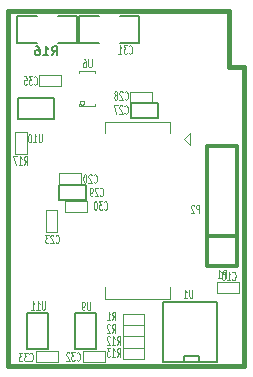
<source format=gbo>
G04 (created by PCBNEW-RS274X (2010-05-05 BZR 2356)-stable) date 2010年10月27日 星期三 23时04分44秒*
G01*
G70*
G90*
%MOIN*%
G04 Gerber Fmt 3.4, Leading zero omitted, Abs format*
%FSLAX34Y34*%
G04 APERTURE LIST*
%ADD10C,0.006000*%
%ADD11C,0.015000*%
%ADD12C,0.003000*%
%ADD13C,0.005000*%
%ADD14C,0.012000*%
%ADD15C,0.004500*%
G04 APERTURE END LIST*
G54D10*
G54D11*
X47244Y-41220D02*
X47244Y-41220D01*
X46732Y-41221D02*
X47244Y-41221D01*
X46732Y-39370D02*
X46732Y-41220D01*
X39370Y-51181D02*
X39370Y-39370D01*
X47244Y-51181D02*
X39370Y-51181D01*
X47244Y-41220D02*
X47244Y-51181D01*
X39370Y-39370D02*
X46732Y-39370D01*
G54D12*
X43180Y-50200D02*
X43910Y-50200D01*
X43910Y-50200D02*
X43910Y-49820D01*
X43910Y-49820D02*
X43180Y-49820D01*
X43180Y-49820D02*
X43180Y-50200D01*
X46330Y-48770D02*
X47060Y-48770D01*
X47060Y-48770D02*
X47060Y-48390D01*
X47060Y-48390D02*
X46330Y-48390D01*
X46330Y-48390D02*
X46330Y-48770D01*
X43910Y-49440D02*
X43180Y-49440D01*
X43180Y-49440D02*
X43180Y-49820D01*
X43180Y-49820D02*
X43910Y-49820D01*
X43910Y-49820D02*
X43910Y-49440D01*
X40620Y-45990D02*
X40620Y-46720D01*
X40620Y-46720D02*
X41000Y-46720D01*
X41000Y-46720D02*
X41000Y-45990D01*
X41000Y-45990D02*
X40620Y-45990D01*
X41060Y-45130D02*
X41790Y-45130D01*
X41790Y-45130D02*
X41790Y-44750D01*
X41790Y-44750D02*
X41060Y-44750D01*
X41060Y-44750D02*
X41060Y-45130D01*
X43910Y-50200D02*
X43180Y-50200D01*
X43180Y-50200D02*
X43180Y-50580D01*
X43180Y-50580D02*
X43910Y-50580D01*
X43910Y-50580D02*
X43910Y-50200D01*
X43910Y-50590D02*
X43180Y-50590D01*
X43180Y-50590D02*
X43180Y-50970D01*
X43180Y-50970D02*
X43910Y-50970D01*
X43910Y-50970D02*
X43910Y-50590D01*
X42580Y-50690D02*
X41850Y-50690D01*
X41850Y-50690D02*
X41850Y-51070D01*
X41850Y-51070D02*
X42580Y-51070D01*
X42580Y-51070D02*
X42580Y-50690D01*
X41030Y-50690D02*
X40300Y-50690D01*
X40300Y-50690D02*
X40300Y-51070D01*
X40300Y-51070D02*
X41030Y-51070D01*
X41030Y-51070D02*
X41030Y-50690D01*
X40390Y-41870D02*
X41120Y-41870D01*
X41120Y-41870D02*
X41120Y-41490D01*
X41120Y-41490D02*
X40390Y-41490D01*
X40390Y-41490D02*
X40390Y-41870D01*
X39990Y-44110D02*
X39990Y-43380D01*
X39990Y-43380D02*
X39610Y-43380D01*
X39610Y-43380D02*
X39610Y-44110D01*
X39610Y-44110D02*
X39990Y-44110D01*
G54D13*
X43448Y-42927D02*
X44348Y-42927D01*
X44348Y-42927D02*
X44348Y-42427D01*
X44348Y-42427D02*
X43448Y-42427D01*
X43448Y-42427D02*
X43448Y-42927D01*
X41970Y-45150D02*
X41070Y-45150D01*
X41070Y-45150D02*
X41070Y-45650D01*
X41070Y-45650D02*
X41970Y-45650D01*
X41970Y-45650D02*
X41970Y-45150D01*
X41736Y-40411D02*
X41736Y-39511D01*
X41736Y-39511D02*
X42386Y-39511D01*
X43086Y-40411D02*
X43736Y-40411D01*
X43736Y-40411D02*
X43736Y-39511D01*
X43736Y-39511D02*
X43086Y-39511D01*
X42386Y-40411D02*
X41736Y-40411D01*
X46320Y-51040D02*
X46320Y-49040D01*
X46320Y-49040D02*
X44520Y-49040D01*
X44520Y-49040D02*
X44520Y-51040D01*
X44520Y-51040D02*
X46320Y-51040D01*
X45720Y-51040D02*
X45720Y-50840D01*
X45720Y-50840D02*
X45220Y-50840D01*
X45220Y-50840D02*
X45220Y-51040D01*
X42280Y-49420D02*
X41580Y-49420D01*
X41580Y-49420D02*
X41580Y-50620D01*
X41580Y-50620D02*
X42280Y-50620D01*
X42280Y-50620D02*
X42280Y-49420D01*
X39680Y-42270D02*
X39680Y-42970D01*
X39680Y-42970D02*
X40880Y-42970D01*
X40880Y-42970D02*
X40880Y-42270D01*
X40880Y-42270D02*
X39680Y-42270D01*
X40710Y-49410D02*
X40010Y-49410D01*
X40010Y-49410D02*
X40010Y-50610D01*
X40010Y-50610D02*
X40710Y-50610D01*
X40710Y-50610D02*
X40710Y-49410D01*
G54D12*
X41897Y-42408D02*
X41895Y-42421D01*
X41891Y-42434D01*
X41885Y-42446D01*
X41876Y-42457D01*
X41866Y-42466D01*
X41854Y-42472D01*
X41841Y-42476D01*
X41827Y-42477D01*
X41814Y-42476D01*
X41801Y-42472D01*
X41789Y-42466D01*
X41779Y-42458D01*
X41770Y-42447D01*
X41763Y-42435D01*
X41759Y-42422D01*
X41758Y-42408D01*
X41759Y-42396D01*
X41762Y-42383D01*
X41769Y-42371D01*
X41777Y-42360D01*
X41788Y-42351D01*
X41799Y-42344D01*
X41812Y-42340D01*
X41826Y-42339D01*
X41839Y-42340D01*
X41852Y-42343D01*
X41864Y-42349D01*
X41875Y-42358D01*
X41884Y-42368D01*
X41890Y-42380D01*
X41895Y-42393D01*
X41896Y-42407D01*
X41897Y-42408D01*
X42257Y-41432D02*
X42257Y-41353D01*
X42257Y-41353D02*
X41711Y-41351D01*
X41711Y-41351D02*
X41711Y-41432D01*
X42256Y-42459D02*
X42256Y-42537D01*
X42256Y-42537D02*
X41715Y-42536D01*
X41715Y-42536D02*
X41714Y-42463D01*
X43432Y-42434D02*
X44162Y-42434D01*
X44162Y-42434D02*
X44162Y-42054D01*
X44162Y-42054D02*
X43432Y-42054D01*
X43432Y-42054D02*
X43432Y-42434D01*
X42000Y-45680D02*
X41270Y-45680D01*
X41270Y-45680D02*
X41270Y-46060D01*
X41270Y-46060D02*
X42000Y-46060D01*
X42000Y-46060D02*
X42000Y-45680D01*
X45438Y-43433D02*
X45241Y-43630D01*
X45241Y-43630D02*
X45438Y-43827D01*
X45438Y-43827D02*
X45438Y-43433D01*
X42603Y-43433D02*
X42603Y-43039D01*
X42603Y-43039D02*
X44768Y-43039D01*
X44768Y-43039D02*
X44768Y-43433D01*
X42603Y-48551D02*
X42603Y-48945D01*
X42603Y-48945D02*
X44768Y-48945D01*
X44768Y-48945D02*
X44768Y-48551D01*
G54D14*
X46996Y-47866D02*
X46996Y-47866D01*
X45996Y-47866D02*
X46996Y-47866D01*
X46996Y-47866D02*
X46996Y-47866D01*
X46996Y-47866D02*
X46996Y-43866D01*
X46996Y-43866D02*
X45996Y-43866D01*
X45996Y-43866D02*
X45996Y-47866D01*
X45996Y-46866D02*
X46996Y-46866D01*
G54D13*
X39669Y-40411D02*
X39669Y-39511D01*
X39669Y-39511D02*
X40319Y-39511D01*
X41019Y-40411D02*
X41669Y-40411D01*
X41669Y-40411D02*
X41669Y-39511D01*
X41669Y-39511D02*
X41019Y-39511D01*
X40319Y-40411D02*
X39669Y-40411D01*
G54D15*
X42829Y-50073D02*
X42889Y-49940D01*
X42932Y-50073D02*
X42932Y-49793D01*
X42864Y-49793D01*
X42846Y-49807D01*
X42838Y-49820D01*
X42829Y-49847D01*
X42829Y-49887D01*
X42838Y-49913D01*
X42846Y-49927D01*
X42864Y-49940D01*
X42932Y-49940D01*
X42761Y-49820D02*
X42752Y-49807D01*
X42735Y-49793D01*
X42692Y-49793D01*
X42675Y-49807D01*
X42666Y-49820D01*
X42658Y-49847D01*
X42658Y-49873D01*
X42666Y-49913D01*
X42769Y-50073D01*
X42658Y-50073D01*
X46835Y-48297D02*
X46844Y-48310D01*
X46870Y-48323D01*
X46887Y-48323D01*
X46912Y-48310D01*
X46930Y-48283D01*
X46938Y-48257D01*
X46947Y-48203D01*
X46947Y-48163D01*
X46938Y-48110D01*
X46930Y-48083D01*
X46912Y-48057D01*
X46887Y-48043D01*
X46870Y-48043D01*
X46844Y-48057D01*
X46835Y-48070D01*
X46664Y-48323D02*
X46767Y-48323D01*
X46715Y-48323D02*
X46715Y-48043D01*
X46732Y-48083D01*
X46750Y-48110D01*
X46767Y-48123D01*
X46553Y-48043D02*
X46536Y-48043D01*
X46519Y-48057D01*
X46510Y-48070D01*
X46501Y-48097D01*
X46493Y-48150D01*
X46493Y-48217D01*
X46501Y-48270D01*
X46510Y-48297D01*
X46519Y-48310D01*
X46536Y-48323D01*
X46553Y-48323D01*
X46570Y-48310D01*
X46579Y-48297D01*
X46587Y-48270D01*
X46596Y-48217D01*
X46596Y-48150D01*
X46587Y-48097D01*
X46579Y-48070D01*
X46570Y-48057D01*
X46553Y-48043D01*
X42839Y-49663D02*
X42899Y-49530D01*
X42942Y-49663D02*
X42942Y-49383D01*
X42874Y-49383D01*
X42856Y-49397D01*
X42848Y-49410D01*
X42839Y-49437D01*
X42839Y-49477D01*
X42848Y-49503D01*
X42856Y-49517D01*
X42874Y-49530D01*
X42942Y-49530D01*
X42668Y-49663D02*
X42771Y-49663D01*
X42719Y-49663D02*
X42719Y-49383D01*
X42736Y-49423D01*
X42754Y-49450D01*
X42771Y-49463D01*
X40945Y-47067D02*
X40954Y-47080D01*
X40980Y-47093D01*
X40997Y-47093D01*
X41022Y-47080D01*
X41040Y-47053D01*
X41048Y-47027D01*
X41057Y-46973D01*
X41057Y-46933D01*
X41048Y-46880D01*
X41040Y-46853D01*
X41022Y-46827D01*
X40997Y-46813D01*
X40980Y-46813D01*
X40954Y-46827D01*
X40945Y-46840D01*
X40877Y-46840D02*
X40868Y-46827D01*
X40851Y-46813D01*
X40808Y-46813D01*
X40791Y-46827D01*
X40782Y-46840D01*
X40774Y-46867D01*
X40774Y-46893D01*
X40782Y-46933D01*
X40885Y-47093D01*
X40774Y-47093D01*
X40714Y-46813D02*
X40603Y-46813D01*
X40663Y-46920D01*
X40637Y-46920D01*
X40620Y-46933D01*
X40611Y-46947D01*
X40603Y-46973D01*
X40603Y-47040D01*
X40611Y-47067D01*
X40620Y-47080D01*
X40637Y-47093D01*
X40689Y-47093D01*
X40706Y-47080D01*
X40714Y-47067D01*
X42215Y-45057D02*
X42224Y-45070D01*
X42250Y-45083D01*
X42267Y-45083D01*
X42292Y-45070D01*
X42310Y-45043D01*
X42318Y-45017D01*
X42327Y-44963D01*
X42327Y-44923D01*
X42318Y-44870D01*
X42310Y-44843D01*
X42292Y-44817D01*
X42267Y-44803D01*
X42250Y-44803D01*
X42224Y-44817D01*
X42215Y-44830D01*
X42147Y-44830D02*
X42138Y-44817D01*
X42121Y-44803D01*
X42078Y-44803D01*
X42061Y-44817D01*
X42052Y-44830D01*
X42044Y-44857D01*
X42044Y-44883D01*
X42052Y-44923D01*
X42155Y-45083D01*
X42044Y-45083D01*
X41933Y-44803D02*
X41916Y-44803D01*
X41899Y-44817D01*
X41890Y-44830D01*
X41881Y-44857D01*
X41873Y-44910D01*
X41873Y-44977D01*
X41881Y-45030D01*
X41890Y-45057D01*
X41899Y-45070D01*
X41916Y-45083D01*
X41933Y-45083D01*
X41950Y-45070D01*
X41959Y-45057D01*
X41967Y-45030D01*
X41976Y-44977D01*
X41976Y-44910D01*
X41967Y-44857D01*
X41959Y-44830D01*
X41950Y-44817D01*
X41933Y-44803D01*
X42995Y-50473D02*
X43055Y-50340D01*
X43098Y-50473D02*
X43098Y-50193D01*
X43030Y-50193D01*
X43012Y-50207D01*
X43004Y-50220D01*
X42995Y-50247D01*
X42995Y-50287D01*
X43004Y-50313D01*
X43012Y-50327D01*
X43030Y-50340D01*
X43098Y-50340D01*
X42824Y-50473D02*
X42927Y-50473D01*
X42875Y-50473D02*
X42875Y-50193D01*
X42892Y-50233D01*
X42910Y-50260D01*
X42927Y-50273D01*
X42756Y-50220D02*
X42747Y-50207D01*
X42730Y-50193D01*
X42687Y-50193D01*
X42670Y-50207D01*
X42661Y-50220D01*
X42653Y-50247D01*
X42653Y-50273D01*
X42661Y-50313D01*
X42764Y-50473D01*
X42653Y-50473D01*
X42995Y-50873D02*
X43055Y-50740D01*
X43098Y-50873D02*
X43098Y-50593D01*
X43030Y-50593D01*
X43012Y-50607D01*
X43004Y-50620D01*
X42995Y-50647D01*
X42995Y-50687D01*
X43004Y-50713D01*
X43012Y-50727D01*
X43030Y-50740D01*
X43098Y-50740D01*
X42824Y-50873D02*
X42927Y-50873D01*
X42875Y-50873D02*
X42875Y-50593D01*
X42892Y-50633D01*
X42910Y-50660D01*
X42927Y-50673D01*
X42764Y-50593D02*
X42653Y-50593D01*
X42713Y-50700D01*
X42687Y-50700D01*
X42670Y-50713D01*
X42661Y-50727D01*
X42653Y-50753D01*
X42653Y-50820D01*
X42661Y-50847D01*
X42670Y-50860D01*
X42687Y-50873D01*
X42739Y-50873D01*
X42756Y-50860D01*
X42764Y-50847D01*
X41645Y-50987D02*
X41654Y-51000D01*
X41680Y-51013D01*
X41697Y-51013D01*
X41722Y-51000D01*
X41740Y-50973D01*
X41748Y-50947D01*
X41757Y-50893D01*
X41757Y-50853D01*
X41748Y-50800D01*
X41740Y-50773D01*
X41722Y-50747D01*
X41697Y-50733D01*
X41680Y-50733D01*
X41654Y-50747D01*
X41645Y-50760D01*
X41585Y-50733D02*
X41474Y-50733D01*
X41534Y-50840D01*
X41508Y-50840D01*
X41491Y-50853D01*
X41482Y-50867D01*
X41474Y-50893D01*
X41474Y-50960D01*
X41482Y-50987D01*
X41491Y-51000D01*
X41508Y-51013D01*
X41560Y-51013D01*
X41577Y-51000D01*
X41585Y-50987D01*
X41406Y-50760D02*
X41397Y-50747D01*
X41380Y-50733D01*
X41337Y-50733D01*
X41320Y-50747D01*
X41311Y-50760D01*
X41303Y-50787D01*
X41303Y-50813D01*
X41311Y-50853D01*
X41414Y-51013D01*
X41303Y-51013D01*
X40075Y-51007D02*
X40084Y-51020D01*
X40110Y-51033D01*
X40127Y-51033D01*
X40152Y-51020D01*
X40170Y-50993D01*
X40178Y-50967D01*
X40187Y-50913D01*
X40187Y-50873D01*
X40178Y-50820D01*
X40170Y-50793D01*
X40152Y-50767D01*
X40127Y-50753D01*
X40110Y-50753D01*
X40084Y-50767D01*
X40075Y-50780D01*
X40015Y-50753D02*
X39904Y-50753D01*
X39964Y-50860D01*
X39938Y-50860D01*
X39921Y-50873D01*
X39912Y-50887D01*
X39904Y-50913D01*
X39904Y-50980D01*
X39912Y-51007D01*
X39921Y-51020D01*
X39938Y-51033D01*
X39990Y-51033D01*
X40007Y-51020D01*
X40015Y-51007D01*
X39844Y-50753D02*
X39733Y-50753D01*
X39793Y-50860D01*
X39767Y-50860D01*
X39750Y-50873D01*
X39741Y-50887D01*
X39733Y-50913D01*
X39733Y-50980D01*
X39741Y-51007D01*
X39750Y-51020D01*
X39767Y-51033D01*
X39819Y-51033D01*
X39836Y-51020D01*
X39844Y-51007D01*
X40225Y-41787D02*
X40234Y-41800D01*
X40260Y-41813D01*
X40277Y-41813D01*
X40302Y-41800D01*
X40320Y-41773D01*
X40328Y-41747D01*
X40337Y-41693D01*
X40337Y-41653D01*
X40328Y-41600D01*
X40320Y-41573D01*
X40302Y-41547D01*
X40277Y-41533D01*
X40260Y-41533D01*
X40234Y-41547D01*
X40225Y-41560D01*
X40165Y-41533D02*
X40054Y-41533D01*
X40114Y-41640D01*
X40088Y-41640D01*
X40071Y-41653D01*
X40062Y-41667D01*
X40054Y-41693D01*
X40054Y-41760D01*
X40062Y-41787D01*
X40071Y-41800D01*
X40088Y-41813D01*
X40140Y-41813D01*
X40157Y-41800D01*
X40165Y-41787D01*
X39891Y-41533D02*
X39977Y-41533D01*
X39986Y-41667D01*
X39977Y-41653D01*
X39960Y-41640D01*
X39917Y-41640D01*
X39900Y-41653D01*
X39891Y-41667D01*
X39883Y-41693D01*
X39883Y-41760D01*
X39891Y-41787D01*
X39900Y-41800D01*
X39917Y-41813D01*
X39960Y-41813D01*
X39977Y-41800D01*
X39986Y-41787D01*
X39895Y-44483D02*
X39955Y-44350D01*
X39998Y-44483D02*
X39998Y-44203D01*
X39930Y-44203D01*
X39912Y-44217D01*
X39904Y-44230D01*
X39895Y-44257D01*
X39895Y-44297D01*
X39904Y-44323D01*
X39912Y-44337D01*
X39930Y-44350D01*
X39998Y-44350D01*
X39724Y-44483D02*
X39827Y-44483D01*
X39775Y-44483D02*
X39775Y-44203D01*
X39792Y-44243D01*
X39810Y-44270D01*
X39827Y-44283D01*
X39664Y-44203D02*
X39544Y-44203D01*
X39621Y-44483D01*
X43243Y-42754D02*
X43252Y-42767D01*
X43278Y-42780D01*
X43295Y-42780D01*
X43320Y-42767D01*
X43338Y-42740D01*
X43346Y-42714D01*
X43355Y-42660D01*
X43355Y-42620D01*
X43346Y-42567D01*
X43338Y-42540D01*
X43320Y-42514D01*
X43295Y-42500D01*
X43278Y-42500D01*
X43252Y-42514D01*
X43243Y-42527D01*
X43175Y-42527D02*
X43166Y-42514D01*
X43149Y-42500D01*
X43106Y-42500D01*
X43089Y-42514D01*
X43080Y-42527D01*
X43072Y-42554D01*
X43072Y-42580D01*
X43080Y-42620D01*
X43183Y-42780D01*
X43072Y-42780D01*
X43012Y-42500D02*
X42892Y-42500D01*
X42969Y-42780D01*
X42425Y-45497D02*
X42434Y-45510D01*
X42460Y-45523D01*
X42477Y-45523D01*
X42502Y-45510D01*
X42520Y-45483D01*
X42528Y-45457D01*
X42537Y-45403D01*
X42537Y-45363D01*
X42528Y-45310D01*
X42520Y-45283D01*
X42502Y-45257D01*
X42477Y-45243D01*
X42460Y-45243D01*
X42434Y-45257D01*
X42425Y-45270D01*
X42357Y-45270D02*
X42348Y-45257D01*
X42331Y-45243D01*
X42288Y-45243D01*
X42271Y-45257D01*
X42262Y-45270D01*
X42254Y-45297D01*
X42254Y-45323D01*
X42262Y-45363D01*
X42365Y-45523D01*
X42254Y-45523D01*
X42169Y-45523D02*
X42134Y-45523D01*
X42117Y-45510D01*
X42109Y-45497D01*
X42091Y-45457D01*
X42083Y-45403D01*
X42083Y-45297D01*
X42091Y-45270D01*
X42100Y-45257D01*
X42117Y-45243D01*
X42151Y-45243D01*
X42169Y-45257D01*
X42177Y-45270D01*
X42186Y-45297D01*
X42186Y-45363D01*
X42177Y-45390D01*
X42169Y-45403D01*
X42151Y-45417D01*
X42117Y-45417D01*
X42100Y-45403D01*
X42091Y-45390D01*
X42083Y-45363D01*
X43383Y-40756D02*
X43392Y-40769D01*
X43418Y-40782D01*
X43435Y-40782D01*
X43460Y-40769D01*
X43478Y-40742D01*
X43486Y-40716D01*
X43495Y-40662D01*
X43495Y-40622D01*
X43486Y-40569D01*
X43478Y-40542D01*
X43460Y-40516D01*
X43435Y-40502D01*
X43418Y-40502D01*
X43392Y-40516D01*
X43383Y-40529D01*
X43323Y-40502D02*
X43212Y-40502D01*
X43272Y-40609D01*
X43246Y-40609D01*
X43229Y-40622D01*
X43220Y-40636D01*
X43212Y-40662D01*
X43212Y-40729D01*
X43220Y-40756D01*
X43229Y-40769D01*
X43246Y-40782D01*
X43298Y-40782D01*
X43315Y-40769D01*
X43323Y-40756D01*
X43041Y-40782D02*
X43144Y-40782D01*
X43092Y-40782D02*
X43092Y-40502D01*
X43109Y-40542D01*
X43127Y-40569D01*
X43144Y-40582D01*
X45507Y-48643D02*
X45507Y-48870D01*
X45499Y-48897D01*
X45490Y-48910D01*
X45473Y-48923D01*
X45439Y-48923D01*
X45421Y-48910D01*
X45413Y-48897D01*
X45404Y-48870D01*
X45404Y-48643D01*
X45224Y-48923D02*
X45327Y-48923D01*
X45275Y-48923D02*
X45275Y-48643D01*
X45292Y-48683D01*
X45310Y-48710D01*
X45327Y-48723D01*
X42097Y-49043D02*
X42097Y-49270D01*
X42089Y-49297D01*
X42080Y-49310D01*
X42063Y-49323D01*
X42029Y-49323D01*
X42011Y-49310D01*
X42003Y-49297D01*
X41994Y-49270D01*
X41994Y-49043D01*
X41900Y-49323D02*
X41865Y-49323D01*
X41848Y-49310D01*
X41840Y-49297D01*
X41822Y-49257D01*
X41814Y-49203D01*
X41814Y-49097D01*
X41822Y-49070D01*
X41831Y-49057D01*
X41848Y-49043D01*
X41882Y-49043D01*
X41900Y-49057D01*
X41908Y-49070D01*
X41917Y-49097D01*
X41917Y-49163D01*
X41908Y-49190D01*
X41900Y-49203D01*
X41882Y-49217D01*
X41848Y-49217D01*
X41831Y-49203D01*
X41822Y-49190D01*
X41814Y-49163D01*
X40482Y-43453D02*
X40482Y-43680D01*
X40474Y-43707D01*
X40465Y-43720D01*
X40448Y-43733D01*
X40414Y-43733D01*
X40396Y-43720D01*
X40388Y-43707D01*
X40379Y-43680D01*
X40379Y-43453D01*
X40199Y-43733D02*
X40302Y-43733D01*
X40250Y-43733D02*
X40250Y-43453D01*
X40267Y-43493D01*
X40285Y-43520D01*
X40302Y-43533D01*
X40088Y-43453D02*
X40071Y-43453D01*
X40054Y-43467D01*
X40045Y-43480D01*
X40036Y-43507D01*
X40028Y-43560D01*
X40028Y-43627D01*
X40036Y-43680D01*
X40045Y-43707D01*
X40054Y-43720D01*
X40071Y-43733D01*
X40088Y-43733D01*
X40105Y-43720D01*
X40114Y-43707D01*
X40122Y-43680D01*
X40131Y-43627D01*
X40131Y-43560D01*
X40122Y-43507D01*
X40114Y-43480D01*
X40105Y-43467D01*
X40088Y-43453D01*
X40592Y-49033D02*
X40592Y-49260D01*
X40584Y-49287D01*
X40575Y-49300D01*
X40558Y-49313D01*
X40524Y-49313D01*
X40506Y-49300D01*
X40498Y-49287D01*
X40489Y-49260D01*
X40489Y-49033D01*
X40309Y-49313D02*
X40412Y-49313D01*
X40360Y-49313D02*
X40360Y-49033D01*
X40377Y-49073D01*
X40395Y-49100D01*
X40412Y-49113D01*
X40138Y-49313D02*
X40241Y-49313D01*
X40189Y-49313D02*
X40189Y-49033D01*
X40206Y-49073D01*
X40224Y-49100D01*
X40241Y-49113D01*
X42147Y-40953D02*
X42147Y-41180D01*
X42139Y-41207D01*
X42130Y-41220D01*
X42113Y-41233D01*
X42079Y-41233D01*
X42061Y-41220D01*
X42053Y-41207D01*
X42044Y-41180D01*
X42044Y-40953D01*
X41881Y-40953D02*
X41915Y-40953D01*
X41932Y-40967D01*
X41941Y-40980D01*
X41958Y-41020D01*
X41967Y-41073D01*
X41967Y-41180D01*
X41958Y-41207D01*
X41950Y-41220D01*
X41932Y-41233D01*
X41898Y-41233D01*
X41881Y-41220D01*
X41872Y-41207D01*
X41864Y-41180D01*
X41864Y-41113D01*
X41872Y-41087D01*
X41881Y-41073D01*
X41898Y-41060D01*
X41932Y-41060D01*
X41950Y-41073D01*
X41958Y-41087D01*
X41967Y-41113D01*
X43247Y-42291D02*
X43256Y-42304D01*
X43282Y-42317D01*
X43299Y-42317D01*
X43324Y-42304D01*
X43342Y-42277D01*
X43350Y-42251D01*
X43359Y-42197D01*
X43359Y-42157D01*
X43350Y-42104D01*
X43342Y-42077D01*
X43324Y-42051D01*
X43299Y-42037D01*
X43282Y-42037D01*
X43256Y-42051D01*
X43247Y-42064D01*
X43179Y-42064D02*
X43170Y-42051D01*
X43153Y-42037D01*
X43110Y-42037D01*
X43093Y-42051D01*
X43084Y-42064D01*
X43076Y-42091D01*
X43076Y-42117D01*
X43084Y-42157D01*
X43187Y-42317D01*
X43076Y-42317D01*
X42973Y-42157D02*
X42991Y-42144D01*
X42999Y-42131D01*
X43008Y-42104D01*
X43008Y-42091D01*
X42999Y-42064D01*
X42991Y-42051D01*
X42973Y-42037D01*
X42939Y-42037D01*
X42922Y-42051D01*
X42913Y-42064D01*
X42905Y-42091D01*
X42905Y-42104D01*
X42913Y-42131D01*
X42922Y-42144D01*
X42939Y-42157D01*
X42973Y-42157D01*
X42991Y-42171D01*
X42999Y-42184D01*
X43008Y-42211D01*
X43008Y-42264D01*
X42999Y-42291D01*
X42991Y-42304D01*
X42973Y-42317D01*
X42939Y-42317D01*
X42922Y-42304D01*
X42913Y-42291D01*
X42905Y-42264D01*
X42905Y-42211D01*
X42913Y-42184D01*
X42922Y-42171D01*
X42939Y-42157D01*
X42565Y-45957D02*
X42574Y-45970D01*
X42600Y-45983D01*
X42617Y-45983D01*
X42642Y-45970D01*
X42660Y-45943D01*
X42668Y-45917D01*
X42677Y-45863D01*
X42677Y-45823D01*
X42668Y-45770D01*
X42660Y-45743D01*
X42642Y-45717D01*
X42617Y-45703D01*
X42600Y-45703D01*
X42574Y-45717D01*
X42565Y-45730D01*
X42505Y-45703D02*
X42394Y-45703D01*
X42454Y-45810D01*
X42428Y-45810D01*
X42411Y-45823D01*
X42402Y-45837D01*
X42394Y-45863D01*
X42394Y-45930D01*
X42402Y-45957D01*
X42411Y-45970D01*
X42428Y-45983D01*
X42480Y-45983D01*
X42497Y-45970D01*
X42505Y-45957D01*
X42283Y-45703D02*
X42266Y-45703D01*
X42249Y-45717D01*
X42240Y-45730D01*
X42231Y-45757D01*
X42223Y-45810D01*
X42223Y-45877D01*
X42231Y-45930D01*
X42240Y-45957D01*
X42249Y-45970D01*
X42266Y-45983D01*
X42283Y-45983D01*
X42300Y-45970D01*
X42309Y-45957D01*
X42317Y-45930D01*
X42326Y-45877D01*
X42326Y-45810D01*
X42317Y-45757D01*
X42309Y-45730D01*
X42300Y-45717D01*
X42283Y-45703D01*
X45737Y-46095D02*
X45737Y-45815D01*
X45669Y-45815D01*
X45651Y-45829D01*
X45643Y-45842D01*
X45634Y-45869D01*
X45634Y-45909D01*
X45643Y-45935D01*
X45651Y-45949D01*
X45669Y-45962D01*
X45737Y-45962D01*
X45566Y-45842D02*
X45557Y-45829D01*
X45540Y-45815D01*
X45497Y-45815D01*
X45480Y-45829D01*
X45471Y-45842D01*
X45463Y-45869D01*
X45463Y-45895D01*
X45471Y-45935D01*
X45574Y-46095D01*
X45463Y-46095D01*
X46633Y-48268D02*
X46633Y-47988D01*
X46565Y-47988D01*
X46547Y-48002D01*
X46539Y-48015D01*
X46530Y-48042D01*
X46530Y-48082D01*
X46539Y-48108D01*
X46547Y-48122D01*
X46565Y-48135D01*
X46633Y-48135D01*
X46359Y-48268D02*
X46462Y-48268D01*
X46410Y-48268D02*
X46410Y-47988D01*
X46427Y-48028D01*
X46445Y-48055D01*
X46462Y-48068D01*
G54D13*
X40823Y-40830D02*
X40923Y-40688D01*
X40995Y-40830D02*
X40995Y-40530D01*
X40880Y-40530D01*
X40852Y-40545D01*
X40837Y-40559D01*
X40823Y-40588D01*
X40823Y-40630D01*
X40837Y-40659D01*
X40852Y-40673D01*
X40880Y-40688D01*
X40995Y-40688D01*
X40537Y-40830D02*
X40709Y-40830D01*
X40623Y-40830D02*
X40623Y-40530D01*
X40652Y-40573D01*
X40680Y-40602D01*
X40709Y-40616D01*
X40280Y-40530D02*
X40337Y-40530D01*
X40366Y-40545D01*
X40380Y-40559D01*
X40409Y-40602D01*
X40423Y-40659D01*
X40423Y-40773D01*
X40409Y-40802D01*
X40394Y-40816D01*
X40366Y-40830D01*
X40309Y-40830D01*
X40280Y-40816D01*
X40266Y-40802D01*
X40251Y-40773D01*
X40251Y-40702D01*
X40266Y-40673D01*
X40280Y-40659D01*
X40309Y-40645D01*
X40366Y-40645D01*
X40394Y-40659D01*
X40409Y-40673D01*
X40423Y-40702D01*
M02*

</source>
